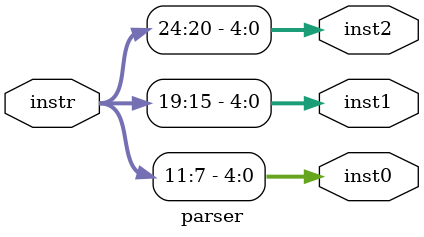
<source format=v>
module parser #(parameter WIDTH =5, AWIDTH = 32, DWIDTH = 32)(

	//INPUTS TO THE PARSER
	input [DWIDTH-1:0] instr,

	//OUTPUTS FROM THE PARSER
	output [WIDTH-1:0] inst0,
	output [WIDTH-1:0] inst1,
	output [WIDTH-1:0] inst2
);

	assign inst0 = instr[11:7];
	assign inst1 = instr[19:15];
	assign inst2 = instr[24:20];

endmodule

</source>
